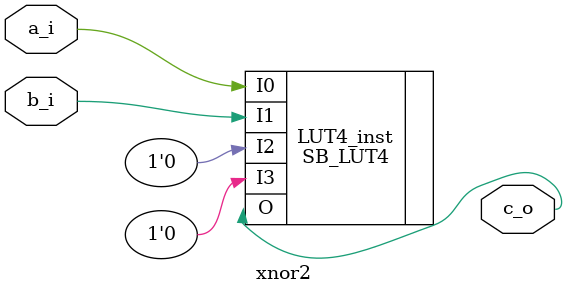
<source format=sv>

module xnor2
  (input [0:0] a_i
  ,input [0:0] b_i
  ,output [0:0] c_o);

   // Your code here:
  SB_LUT4 
  #(.LUT_INIT(16'b0000_0000_0000_1001))
  LUT4_inst
  (.O(c_o)
  ,.I0(a_i)
  ,.I1(b_i)
  ,.I2(1'b0)
  ,.I3(1'b0)
  );

endmodule

</source>
